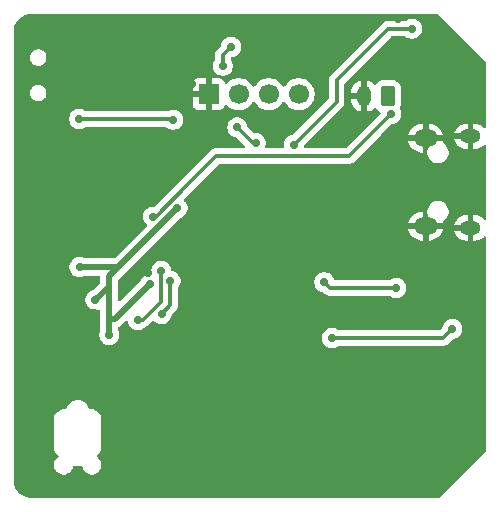
<source format=gbr>
%TF.GenerationSoftware,KiCad,Pcbnew,9.0.2*%
%TF.CreationDate,2025-09-05T22:55:57-04:00*%
%TF.ProjectId,GPSWatch,47505357-6174-4636-982e-6b696361645f,rev?*%
%TF.SameCoordinates,Original*%
%TF.FileFunction,Copper,L2,Bot*%
%TF.FilePolarity,Positive*%
%FSLAX46Y46*%
G04 Gerber Fmt 4.6, Leading zero omitted, Abs format (unit mm)*
G04 Created by KiCad (PCBNEW 9.0.2) date 2025-09-05 22:55:57*
%MOMM*%
%LPD*%
G01*
G04 APERTURE LIST*
G04 Aperture macros list*
%AMRoundRect*
0 Rectangle with rounded corners*
0 $1 Rounding radius*
0 $2 $3 $4 $5 $6 $7 $8 $9 X,Y pos of 4 corners*
0 Add a 4 corners polygon primitive as box body*
4,1,4,$2,$3,$4,$5,$6,$7,$8,$9,$2,$3,0*
0 Add four circle primitives for the rounded corners*
1,1,$1+$1,$2,$3*
1,1,$1+$1,$4,$5*
1,1,$1+$1,$6,$7*
1,1,$1+$1,$8,$9*
0 Add four rect primitives between the rounded corners*
20,1,$1+$1,$2,$3,$4,$5,0*
20,1,$1+$1,$4,$5,$6,$7,0*
20,1,$1+$1,$6,$7,$8,$9,0*
20,1,$1+$1,$8,$9,$2,$3,0*%
G04 Aperture macros list end*
%TA.AperFunction,HeatsinkPad*%
%ADD10O,1.800000X1.150000*%
%TD*%
%TA.AperFunction,HeatsinkPad*%
%ADD11O,2.000000X1.450000*%
%TD*%
%TA.AperFunction,ComponentPad*%
%ADD12R,1.700000X1.700000*%
%TD*%
%TA.AperFunction,ComponentPad*%
%ADD13C,1.700000*%
%TD*%
%TA.AperFunction,ComponentPad*%
%ADD14C,4.400000*%
%TD*%
%TA.AperFunction,ComponentPad*%
%ADD15RoundRect,0.250000X0.350000X0.625000X-0.350000X0.625000X-0.350000X-0.625000X0.350000X-0.625000X0*%
%TD*%
%TA.AperFunction,ComponentPad*%
%ADD16O,1.200000X1.750000*%
%TD*%
%TA.AperFunction,ViaPad*%
%ADD17C,0.700000*%
%TD*%
%TA.AperFunction,Conductor*%
%ADD18C,0.300000*%
%TD*%
%TA.AperFunction,Conductor*%
%ADD19C,0.500000*%
%TD*%
G04 APERTURE END LIST*
D10*
%TO.P,J1,6,Shield*%
%TO.N,GND*%
X173675000Y-111025000D03*
D11*
X169875000Y-110875000D03*
X169875000Y-103425000D03*
D10*
X173675000Y-103275000D03*
%TD*%
D12*
%TO.P,J5,1,Pin_1*%
%TO.N,GND*%
X151515000Y-99700000D03*
D13*
%TO.P,J5,2,Pin_2*%
%TO.N,+3.3V*%
X154055000Y-99700000D03*
%TO.P,J5,3,Pin_3*%
%TO.N,/DISP_SCL*%
X156595000Y-99700000D03*
%TO.P,J5,4,Pin_4*%
%TO.N,/DISP_SDA*%
X159135000Y-99700000D03*
%TD*%
D14*
%TO.P,H1,1,1*%
%TO.N,GND*%
X163400000Y-130700000D03*
%TD*%
D15*
%TO.P,J2,1,Pin_1*%
%TO.N,/VBAT*%
X166675000Y-99875000D03*
D16*
%TO.P,J2,2,Pin_2*%
%TO.N,GND*%
X164675000Y-99875000D03*
%TD*%
D17*
%TO.N,GND*%
X142300000Y-105500000D03*
%TO.N,+3.3V*%
X153400000Y-95700000D03*
X152700000Y-97300000D03*
%TO.N,GND*%
X148090686Y-105709314D03*
X136550000Y-130825000D03*
X150700000Y-116725000D03*
X164025000Y-123200000D03*
X144325000Y-126225000D03*
X146400000Y-130100000D03*
X146500000Y-132100000D03*
X164250000Y-118550000D03*
X171900000Y-114425000D03*
X160100000Y-126900000D03*
X167544295Y-93325000D03*
X172425449Y-121469999D03*
X144425000Y-130550000D03*
X136525000Y-126100000D03*
X160600000Y-122275000D03*
X160075000Y-125000000D03*
X143100000Y-106450000D03*
X150075000Y-98850000D03*
X165150000Y-105300000D03*
X141775000Y-118250000D03*
X144750000Y-112000000D03*
X152351164Y-107051164D03*
X141000000Y-104650000D03*
X160100000Y-127925000D03*
X171550000Y-124875000D03*
X163622064Y-95197064D03*
X146500000Y-123025000D03*
X152350000Y-114225000D03*
X146375000Y-129075000D03*
X147375000Y-108275000D03*
X146500000Y-124000000D03*
X155550000Y-114300000D03*
X160125000Y-124000000D03*
X144575000Y-124600000D03*
X170325000Y-129150000D03*
X155750000Y-97275000D03*
X159900000Y-132075000D03*
X156250000Y-118550000D03*
X140525000Y-94900000D03*
X139625000Y-109525000D03*
X170475000Y-101225000D03*
X171200000Y-99200000D03*
X146350000Y-131000000D03*
X159925000Y-130975000D03*
X144125000Y-133150000D03*
X138750000Y-110450000D03*
X152125000Y-94825000D03*
X146375000Y-114850000D03*
X140325000Y-110925000D03*
X148300000Y-95275000D03*
%TO.N,+3.3V*%
X140575000Y-114350000D03*
X172150000Y-119575000D03*
X161950000Y-120350000D03*
X148868537Y-109343537D03*
X141925000Y-117125000D03*
X143100000Y-120100000D03*
X146575000Y-115750000D03*
%TO.N,/DISP_SDA*%
X153925000Y-102524000D03*
X155475000Y-103825000D03*
%TO.N,/ACC_SCK*%
X145497222Y-118825002D03*
X147488066Y-114681753D03*
%TO.N,/ACC_MISO*%
X147522504Y-118325000D03*
X148275000Y-115525000D03*
%TO.N,/BATSTAT*%
X146790935Y-110068411D03*
X166950000Y-101375000D03*
%TO.N,Net-(U1-BOOT0)*%
X140550000Y-101800000D03*
X148525000Y-101875000D03*
%TO.N,/SD_SCK*%
X161300000Y-115625000D03*
X167400000Y-116125000D03*
%TO.N,/BTN_SEL*%
X168725000Y-94161325D03*
X158700000Y-104000000D03*
%TD*%
D18*
%TO.N,+3.3V*%
X152700000Y-96400000D02*
X153400000Y-95700000D01*
X152700000Y-97300000D02*
X152700000Y-96400000D01*
D19*
X143100000Y-118725000D02*
X143600000Y-118725000D01*
X143862075Y-114350000D02*
X143100000Y-115112075D01*
D18*
X171375000Y-120350000D02*
X172150000Y-119575000D01*
D19*
X143100000Y-118725000D02*
X143100000Y-120100000D01*
X143862075Y-114350000D02*
X140575000Y-114350000D01*
D18*
X161950000Y-120350000D02*
X171375000Y-120350000D01*
D19*
X143600000Y-118725000D02*
X146575000Y-115750000D01*
X143100000Y-116000000D02*
X143050000Y-116000000D01*
X148868537Y-109343537D02*
X143862075Y-114350000D01*
X148875000Y-109337075D02*
X148868537Y-109343537D01*
X143100000Y-116000000D02*
X143100000Y-118725000D01*
X143100000Y-120100000D02*
X143100000Y-120125000D01*
X143050000Y-116000000D02*
X141925000Y-117125000D01*
X143100000Y-115112075D02*
X143100000Y-116000000D01*
X148875000Y-109325000D02*
X148875000Y-109337075D01*
D18*
%TO.N,/DISP_SDA*%
X155226000Y-103825000D02*
X153925000Y-102524000D01*
X155475000Y-103825000D02*
X155226000Y-103825000D01*
%TO.N,/ACC_SCK*%
X147488066Y-114681753D02*
X147488066Y-117266280D01*
X147488066Y-117266280D02*
X146927173Y-117827173D01*
X145954346Y-118800000D02*
X146927173Y-117827173D01*
X145522224Y-118800000D02*
X145954346Y-118800000D01*
X145497222Y-118825002D02*
X145522224Y-118800000D01*
%TO.N,/ACC_MISO*%
X148275000Y-115525000D02*
X148275000Y-117572504D01*
X148275000Y-117572504D02*
X147522504Y-118325000D01*
X147522504Y-118325000D02*
X147522504Y-118152496D01*
%TO.N,/BATSTAT*%
X147027243Y-110068411D02*
X149700000Y-107395654D01*
X166950000Y-101375000D02*
X163399000Y-104926000D01*
X146790935Y-110068411D02*
X147027243Y-110068411D01*
X163399000Y-104926000D02*
X152149000Y-104926000D01*
X149700000Y-107395654D02*
X149700000Y-107375000D01*
X152149000Y-104926000D02*
X149700000Y-107375000D01*
%TO.N,Net-(U1-BOOT0)*%
X148525000Y-101875000D02*
X148575000Y-101925000D01*
X140550000Y-101800000D02*
X148450000Y-101800000D01*
X148450000Y-101800000D02*
X148525000Y-101875000D01*
X140525000Y-101800000D02*
X140550000Y-101800000D01*
%TO.N,/SD_SCK*%
X167400000Y-116125000D02*
X161800000Y-116125000D01*
X161800000Y-116125000D02*
X161300000Y-115625000D01*
%TO.N,/BTN_SEL*%
X162350000Y-98500000D02*
X162350000Y-100350000D01*
X168725000Y-94161325D02*
X166688675Y-94161325D01*
X162350000Y-100350000D02*
X158700000Y-104000000D01*
X166688675Y-94161325D02*
X162350000Y-98500000D01*
%TD*%
%TA.AperFunction,Conductor*%
%TO.N,GND*%
G36*
X170908363Y-92920185D02*
G01*
X170929005Y-92936819D01*
X174963181Y-96970995D01*
X174996666Y-97032318D01*
X174999500Y-97058676D01*
X174999500Y-102454859D01*
X174979815Y-102521898D01*
X174927011Y-102567653D01*
X174857853Y-102577597D01*
X174794297Y-102548572D01*
X174787819Y-102542540D01*
X174700317Y-102455038D01*
X174563423Y-102355578D01*
X174412659Y-102278760D01*
X174251726Y-102226469D01*
X174084609Y-102200000D01*
X173925000Y-102200000D01*
X173925000Y-103000000D01*
X173425000Y-103000000D01*
X173425000Y-102200000D01*
X173265391Y-102200000D01*
X173098273Y-102226469D01*
X172937340Y-102278760D01*
X172786576Y-102355578D01*
X172649683Y-102455038D01*
X172649682Y-102455038D01*
X172530038Y-102574682D01*
X172530038Y-102574683D01*
X172430578Y-102711576D01*
X172353760Y-102862340D01*
X172301469Y-103023273D01*
X172301196Y-103025000D01*
X173234943Y-103025000D01*
X173194225Y-103041866D01*
X173116866Y-103119225D01*
X173075000Y-103220299D01*
X173075000Y-103329701D01*
X173116866Y-103430775D01*
X173194225Y-103508134D01*
X173234943Y-103525000D01*
X172301196Y-103525000D01*
X172301469Y-103526726D01*
X172353760Y-103687659D01*
X172430578Y-103838423D01*
X172530038Y-103975316D01*
X172530038Y-103975317D01*
X172649682Y-104094961D01*
X172786576Y-104194421D01*
X172937340Y-104271239D01*
X173098273Y-104323530D01*
X173265391Y-104350000D01*
X173425000Y-104350000D01*
X173425000Y-103550000D01*
X173925000Y-103550000D01*
X173925000Y-104350000D01*
X174084609Y-104350000D01*
X174251726Y-104323530D01*
X174412659Y-104271239D01*
X174563423Y-104194421D01*
X174700316Y-104094961D01*
X174700317Y-104094961D01*
X174787819Y-104007460D01*
X174849142Y-103973975D01*
X174918834Y-103978959D01*
X174974767Y-104020831D01*
X174999184Y-104086295D01*
X174999500Y-104095141D01*
X174999500Y-110204859D01*
X174979815Y-110271898D01*
X174927011Y-110317653D01*
X174857853Y-110327597D01*
X174794297Y-110298572D01*
X174787819Y-110292540D01*
X174700317Y-110205038D01*
X174563423Y-110105578D01*
X174412659Y-110028760D01*
X174251726Y-109976469D01*
X174084609Y-109950000D01*
X173925000Y-109950000D01*
X173925000Y-110750000D01*
X173425000Y-110750000D01*
X173425000Y-109950000D01*
X173265391Y-109950000D01*
X173098273Y-109976469D01*
X172937340Y-110028760D01*
X172786576Y-110105578D01*
X172649683Y-110205038D01*
X172649682Y-110205038D01*
X172530038Y-110324682D01*
X172530038Y-110324683D01*
X172430578Y-110461576D01*
X172353760Y-110612340D01*
X172301469Y-110773273D01*
X172301196Y-110775000D01*
X173234943Y-110775000D01*
X173194225Y-110791866D01*
X173116866Y-110869225D01*
X173075000Y-110970299D01*
X173075000Y-111079701D01*
X173116866Y-111180775D01*
X173194225Y-111258134D01*
X173234943Y-111275000D01*
X172301196Y-111275000D01*
X172301469Y-111276726D01*
X172353760Y-111437659D01*
X172430578Y-111588423D01*
X172530038Y-111725316D01*
X172530038Y-111725317D01*
X172649682Y-111844961D01*
X172786576Y-111944421D01*
X172937340Y-112021239D01*
X173098273Y-112073530D01*
X173265391Y-112100000D01*
X173425000Y-112100000D01*
X173425000Y-111300000D01*
X173925000Y-111300000D01*
X173925000Y-112100000D01*
X174084609Y-112100000D01*
X174251726Y-112073530D01*
X174412659Y-112021239D01*
X174563423Y-111944421D01*
X174700316Y-111844961D01*
X174700317Y-111844961D01*
X174787819Y-111757460D01*
X174849142Y-111723975D01*
X174918834Y-111728959D01*
X174974767Y-111770831D01*
X174999184Y-111836295D01*
X174999500Y-111845141D01*
X174999500Y-129841324D01*
X174979815Y-129908363D01*
X174963181Y-129929005D01*
X171029005Y-133863181D01*
X170967682Y-133896666D01*
X170941324Y-133899500D01*
X136504428Y-133899500D01*
X136495582Y-133899184D01*
X136473622Y-133897613D01*
X136295442Y-133884869D01*
X136277931Y-133882351D01*
X136086212Y-133840646D01*
X136069236Y-133835662D01*
X135885390Y-133767090D01*
X135869298Y-133759740D01*
X135697095Y-133665711D01*
X135682210Y-133656146D01*
X135525132Y-133538558D01*
X135511762Y-133526972D01*
X135373027Y-133388237D01*
X135361441Y-133374867D01*
X135243849Y-133217784D01*
X135234288Y-133202904D01*
X135140259Y-133030701D01*
X135132909Y-133014609D01*
X135072091Y-132851551D01*
X135064334Y-132830755D01*
X135059355Y-132813797D01*
X135017647Y-132622063D01*
X135015130Y-132604556D01*
X135000816Y-132404418D01*
X135000500Y-132395572D01*
X135000500Y-131020168D01*
X138414500Y-131020168D01*
X138414500Y-131179831D01*
X138445645Y-131336406D01*
X138445648Y-131336418D01*
X138506742Y-131483914D01*
X138506744Y-131483918D01*
X138595439Y-131616659D01*
X138595445Y-131616667D01*
X138708332Y-131729554D01*
X138708340Y-131729560D01*
X138841081Y-131818255D01*
X138841085Y-131818257D01*
X138988581Y-131879351D01*
X138988586Y-131879353D01*
X139145168Y-131910499D01*
X139145172Y-131910500D01*
X139145173Y-131910500D01*
X139304828Y-131910500D01*
X139304829Y-131910499D01*
X139461414Y-131879353D01*
X139608916Y-131818256D01*
X139608918Y-131818255D01*
X139674844Y-131774203D01*
X139741664Y-131729557D01*
X139854557Y-131616664D01*
X139943256Y-131483916D01*
X140004353Y-131336414D01*
X140018765Y-131263955D01*
X140051149Y-131202048D01*
X140111864Y-131167473D01*
X140174313Y-131168882D01*
X140240371Y-131187678D01*
X140424999Y-131204786D01*
X140425000Y-131204786D01*
X140425001Y-131204786D01*
X140471157Y-131200509D01*
X140609629Y-131187678D01*
X140675686Y-131168883D01*
X140745548Y-131169469D01*
X140804008Y-131207735D01*
X140831234Y-131263958D01*
X140845645Y-131336406D01*
X140845648Y-131336418D01*
X140906742Y-131483914D01*
X140906744Y-131483918D01*
X140995439Y-131616659D01*
X140995445Y-131616667D01*
X141108332Y-131729554D01*
X141108340Y-131729560D01*
X141241081Y-131818255D01*
X141241085Y-131818257D01*
X141388581Y-131879351D01*
X141388586Y-131879353D01*
X141545168Y-131910499D01*
X141545172Y-131910500D01*
X141545173Y-131910500D01*
X141704828Y-131910500D01*
X141704829Y-131910499D01*
X141861414Y-131879353D01*
X142008916Y-131818256D01*
X142008918Y-131818255D01*
X142074844Y-131774203D01*
X142141664Y-131729557D01*
X142254557Y-131616664D01*
X142343256Y-131483916D01*
X142404353Y-131336414D01*
X142435500Y-131179827D01*
X142435500Y-131020173D01*
X142404353Y-130863586D01*
X142404351Y-130863581D01*
X142343257Y-130716085D01*
X142343255Y-130716081D01*
X142254560Y-130583340D01*
X142254554Y-130583332D01*
X142141667Y-130470445D01*
X142141659Y-130470439D01*
X142106712Y-130447088D01*
X142061906Y-130393476D01*
X142053199Y-130324151D01*
X142083353Y-130261124D01*
X142106711Y-130240884D01*
X142135289Y-130221789D01*
X142246789Y-130110289D01*
X142334394Y-129979179D01*
X142394737Y-129833497D01*
X142425500Y-129678842D01*
X142425500Y-129600000D01*
X142425500Y-129534108D01*
X142425500Y-128334108D01*
X142425500Y-127134108D01*
X142425500Y-127121158D01*
X142425500Y-127121155D01*
X142425499Y-127121153D01*
X142419936Y-127093186D01*
X142394737Y-126966503D01*
X142394735Y-126966498D01*
X142334397Y-126820827D01*
X142334390Y-126820814D01*
X142246789Y-126689711D01*
X142246786Y-126689707D01*
X142135292Y-126578213D01*
X142135288Y-126578210D01*
X142004185Y-126490609D01*
X142004172Y-126490602D01*
X141858501Y-126430264D01*
X141858489Y-126430261D01*
X141703845Y-126399500D01*
X141703842Y-126399500D01*
X141690892Y-126399500D01*
X141505222Y-126399500D01*
X141438183Y-126379815D01*
X141392428Y-126327011D01*
X141389595Y-126320293D01*
X141324450Y-126152133D01*
X141324446Y-126152124D01*
X141226838Y-125994482D01*
X141226836Y-125994480D01*
X141101922Y-125857455D01*
X140953952Y-125745714D01*
X140787981Y-125663069D01*
X140787968Y-125663064D01*
X140609627Y-125612321D01*
X140609628Y-125612321D01*
X140425001Y-125595214D01*
X140424999Y-125595214D01*
X140240371Y-125612321D01*
X140062031Y-125663064D01*
X140062018Y-125663069D01*
X139896047Y-125745714D01*
X139748077Y-125857455D01*
X139623163Y-125994480D01*
X139623161Y-125994482D01*
X139525553Y-126152124D01*
X139525549Y-126152133D01*
X139460405Y-126320293D01*
X139417832Y-126375695D01*
X139352066Y-126399286D01*
X139344778Y-126399500D01*
X139146155Y-126399500D01*
X138991510Y-126430261D01*
X138991498Y-126430264D01*
X138845827Y-126490602D01*
X138845814Y-126490609D01*
X138714711Y-126578210D01*
X138714707Y-126578213D01*
X138603213Y-126689707D01*
X138603210Y-126689711D01*
X138515609Y-126820814D01*
X138515602Y-126820827D01*
X138455264Y-126966498D01*
X138455261Y-126966510D01*
X138424500Y-127121153D01*
X138424500Y-129678846D01*
X138455261Y-129833489D01*
X138455264Y-129833501D01*
X138515602Y-129979172D01*
X138515609Y-129979185D01*
X138603210Y-130110288D01*
X138603213Y-130110292D01*
X138714707Y-130221786D01*
X138714711Y-130221789D01*
X138743288Y-130240884D01*
X138788093Y-130294496D01*
X138796800Y-130363821D01*
X138766645Y-130426849D01*
X138743289Y-130447088D01*
X138708332Y-130470445D01*
X138595445Y-130583332D01*
X138595439Y-130583340D01*
X138506744Y-130716081D01*
X138506742Y-130716085D01*
X138445648Y-130863581D01*
X138445645Y-130863593D01*
X138414500Y-131020168D01*
X135000500Y-131020168D01*
X135000500Y-114266228D01*
X139724500Y-114266228D01*
X139724500Y-114433771D01*
X139757182Y-114598074D01*
X139757184Y-114598082D01*
X139821295Y-114752860D01*
X139914373Y-114892162D01*
X140032837Y-115010626D01*
X140125494Y-115072537D01*
X140172137Y-115103703D01*
X140326918Y-115167816D01*
X140491228Y-115200499D01*
X140491232Y-115200500D01*
X140491233Y-115200500D01*
X140658768Y-115200500D01*
X140658769Y-115200499D01*
X140823082Y-115167816D01*
X140962808Y-115109938D01*
X141010261Y-115100500D01*
X142225500Y-115100500D01*
X142292539Y-115120185D01*
X142338294Y-115172989D01*
X142349500Y-115224500D01*
X142349500Y-115587770D01*
X142329815Y-115654809D01*
X142313181Y-115675451D01*
X141702092Y-116286539D01*
X141661864Y-116313419D01*
X141522139Y-116371295D01*
X141382837Y-116464373D01*
X141264373Y-116582837D01*
X141171295Y-116722139D01*
X141107184Y-116876917D01*
X141107182Y-116876925D01*
X141074500Y-117041228D01*
X141074500Y-117208771D01*
X141107182Y-117373074D01*
X141107184Y-117373082D01*
X141171295Y-117527860D01*
X141264373Y-117667162D01*
X141382837Y-117785626D01*
X141475494Y-117847537D01*
X141522137Y-117878703D01*
X141522138Y-117878703D01*
X141522139Y-117878704D01*
X141557201Y-117893227D01*
X141676918Y-117942816D01*
X141841228Y-117975499D01*
X141841232Y-117975500D01*
X141841233Y-117975500D01*
X142008768Y-117975500D01*
X142008769Y-117975499D01*
X142173082Y-117942816D01*
X142178045Y-117940759D01*
X142247514Y-117933290D01*
X142309994Y-117964563D01*
X142345648Y-118024652D01*
X142349500Y-118055320D01*
X142349500Y-119664739D01*
X142340061Y-119712192D01*
X142282184Y-119851917D01*
X142282182Y-119851925D01*
X142249500Y-120016228D01*
X142249500Y-120183771D01*
X142282182Y-120348074D01*
X142282184Y-120348082D01*
X142346295Y-120502860D01*
X142439373Y-120642162D01*
X142557837Y-120760626D01*
X142650494Y-120822537D01*
X142697137Y-120853703D01*
X142697138Y-120853703D01*
X142697139Y-120853704D01*
X142700937Y-120855277D01*
X142851918Y-120917816D01*
X143016228Y-120950499D01*
X143016232Y-120950500D01*
X143016233Y-120950500D01*
X143183768Y-120950500D01*
X143183769Y-120950499D01*
X143348082Y-120917816D01*
X143502863Y-120853703D01*
X143642162Y-120760626D01*
X143760626Y-120642162D01*
X143853703Y-120502863D01*
X143917816Y-120348082D01*
X143934098Y-120266228D01*
X161099500Y-120266228D01*
X161099500Y-120433771D01*
X161132182Y-120598074D01*
X161132184Y-120598082D01*
X161196295Y-120752860D01*
X161289373Y-120892162D01*
X161407837Y-121010626D01*
X161423959Y-121021398D01*
X161547137Y-121103703D01*
X161701918Y-121167816D01*
X161866228Y-121200499D01*
X161866232Y-121200500D01*
X161866233Y-121200500D01*
X162033768Y-121200500D01*
X162033769Y-121200499D01*
X162198082Y-121167816D01*
X162352863Y-121103703D01*
X162476041Y-121021398D01*
X162542719Y-121000520D01*
X162544932Y-121000500D01*
X171439071Y-121000500D01*
X171523615Y-120983682D01*
X171564744Y-120975501D01*
X171683127Y-120926465D01*
X171696070Y-120917817D01*
X171696073Y-120917815D01*
X171742870Y-120886546D01*
X171789669Y-120855277D01*
X172189293Y-120455652D01*
X172250614Y-120422169D01*
X172252781Y-120421718D01*
X172271360Y-120418022D01*
X172398082Y-120392816D01*
X172552863Y-120328703D01*
X172692162Y-120235626D01*
X172810626Y-120117162D01*
X172903703Y-119977863D01*
X172967816Y-119823082D01*
X173000500Y-119658767D01*
X173000500Y-119491233D01*
X172967816Y-119326918D01*
X172903703Y-119172137D01*
X172837518Y-119073084D01*
X172810626Y-119032837D01*
X172692162Y-118914373D01*
X172552860Y-118821295D01*
X172398082Y-118757184D01*
X172398074Y-118757182D01*
X172233771Y-118724500D01*
X172233767Y-118724500D01*
X172066233Y-118724500D01*
X172066228Y-118724500D01*
X171901925Y-118757182D01*
X171901917Y-118757184D01*
X171747139Y-118821295D01*
X171607837Y-118914373D01*
X171489373Y-119032837D01*
X171396295Y-119172139D01*
X171332184Y-119326917D01*
X171332182Y-119326923D01*
X171303281Y-119472219D01*
X171294515Y-119488976D01*
X171290496Y-119507453D01*
X171271751Y-119532494D01*
X171270896Y-119534130D01*
X171269346Y-119535708D01*
X171141871Y-119663182D01*
X171080551Y-119696666D01*
X171054192Y-119699500D01*
X162544932Y-119699500D01*
X162477893Y-119679815D01*
X162476041Y-119678602D01*
X162352860Y-119596295D01*
X162198082Y-119532184D01*
X162198074Y-119532182D01*
X162033771Y-119499500D01*
X162033767Y-119499500D01*
X161866233Y-119499500D01*
X161866228Y-119499500D01*
X161701925Y-119532182D01*
X161701917Y-119532184D01*
X161547139Y-119596295D01*
X161407837Y-119689373D01*
X161289373Y-119807837D01*
X161196295Y-119947139D01*
X161132184Y-120101917D01*
X161132182Y-120101925D01*
X161099500Y-120266228D01*
X143934098Y-120266228D01*
X143950500Y-120183767D01*
X143950500Y-120016233D01*
X143917816Y-119851918D01*
X143859938Y-119712191D01*
X143858312Y-119704014D01*
X143855523Y-119699674D01*
X143850500Y-119664739D01*
X143850500Y-119516428D01*
X143870185Y-119449389D01*
X143922989Y-119403634D01*
X143927019Y-119401878D01*
X143955495Y-119390084D01*
X144004729Y-119357186D01*
X144078416Y-119307952D01*
X144454624Y-118931742D01*
X144515945Y-118898259D01*
X144585636Y-118903243D01*
X144641570Y-118945114D01*
X144663920Y-118995234D01*
X144679404Y-119073076D01*
X144679406Y-119073084D01*
X144743517Y-119227862D01*
X144836595Y-119367164D01*
X144955059Y-119485628D01*
X145027648Y-119534130D01*
X145094359Y-119578705D01*
X145249140Y-119642818D01*
X145413450Y-119675501D01*
X145413454Y-119675502D01*
X145413455Y-119675502D01*
X145580990Y-119675502D01*
X145580991Y-119675501D01*
X145745304Y-119642818D01*
X145900085Y-119578705D01*
X146039384Y-119485628D01*
X146061846Y-119463164D01*
X146102323Y-119436183D01*
X146113483Y-119431588D01*
X146144090Y-119425501D01*
X146262473Y-119376465D01*
X146276393Y-119367164D01*
X146369015Y-119305277D01*
X146746825Y-118927465D01*
X146808143Y-118893983D01*
X146877835Y-118898967D01*
X146922183Y-118927468D01*
X146980341Y-118985626D01*
X147050998Y-119032837D01*
X147119641Y-119078703D01*
X147274422Y-119142816D01*
X147421830Y-119172137D01*
X147438732Y-119175499D01*
X147438736Y-119175500D01*
X147438737Y-119175500D01*
X147606272Y-119175500D01*
X147606273Y-119175499D01*
X147770586Y-119142816D01*
X147925367Y-119078703D01*
X148064666Y-118985626D01*
X148183130Y-118867162D01*
X148276207Y-118727863D01*
X148340320Y-118573082D01*
X148369222Y-118427781D01*
X148401606Y-118365870D01*
X148403100Y-118364349D01*
X148780277Y-117987173D01*
X148851465Y-117880631D01*
X148900501Y-117762248D01*
X148911301Y-117707952D01*
X148925500Y-117636573D01*
X148925500Y-116119931D01*
X148945185Y-116052892D01*
X148946398Y-116051040D01*
X148952951Y-116041233D01*
X149028703Y-115927863D01*
X149092816Y-115773082D01*
X149125500Y-115608767D01*
X149125500Y-115541228D01*
X160449500Y-115541228D01*
X160449500Y-115708771D01*
X160482182Y-115873074D01*
X160482184Y-115873082D01*
X160546295Y-116027860D01*
X160639373Y-116167162D01*
X160757837Y-116285626D01*
X160850494Y-116347537D01*
X160897137Y-116378703D01*
X161051918Y-116442816D01*
X161136011Y-116459543D01*
X161197218Y-116471718D01*
X161259129Y-116504102D01*
X161260652Y-116505598D01*
X161385331Y-116630277D01*
X161491873Y-116701465D01*
X161610256Y-116750501D01*
X161610260Y-116750501D01*
X161610261Y-116750502D01*
X161735928Y-116775500D01*
X161735931Y-116775500D01*
X161864069Y-116775500D01*
X166805068Y-116775500D01*
X166872107Y-116795185D01*
X166873959Y-116796398D01*
X166997137Y-116878703D01*
X167151918Y-116942816D01*
X167316228Y-116975499D01*
X167316232Y-116975500D01*
X167316233Y-116975500D01*
X167483768Y-116975500D01*
X167483769Y-116975499D01*
X167648082Y-116942816D01*
X167802863Y-116878703D01*
X167942162Y-116785626D01*
X168060626Y-116667162D01*
X168153703Y-116527863D01*
X168217816Y-116373082D01*
X168250500Y-116208767D01*
X168250500Y-116041233D01*
X168217816Y-115876918D01*
X168153703Y-115722137D01*
X168077952Y-115608768D01*
X168060626Y-115582837D01*
X167942162Y-115464373D01*
X167802860Y-115371295D01*
X167648082Y-115307184D01*
X167648074Y-115307182D01*
X167483771Y-115274500D01*
X167483767Y-115274500D01*
X167316233Y-115274500D01*
X167316228Y-115274500D01*
X167151925Y-115307182D01*
X167151917Y-115307184D01*
X166997139Y-115371295D01*
X166873959Y-115453602D01*
X166807281Y-115474480D01*
X166805068Y-115474500D01*
X162238990Y-115474500D01*
X162171951Y-115454815D01*
X162126196Y-115402011D01*
X162119941Y-115382641D01*
X162119585Y-115382750D01*
X162117817Y-115376924D01*
X162117816Y-115376918D01*
X162053703Y-115222137D01*
X162017406Y-115167815D01*
X161960626Y-115082837D01*
X161842162Y-114964373D01*
X161702860Y-114871295D01*
X161548082Y-114807184D01*
X161548074Y-114807182D01*
X161383771Y-114774500D01*
X161383767Y-114774500D01*
X161216233Y-114774500D01*
X161216228Y-114774500D01*
X161051925Y-114807182D01*
X161051917Y-114807184D01*
X160897139Y-114871295D01*
X160757837Y-114964373D01*
X160639373Y-115082837D01*
X160546295Y-115222139D01*
X160482184Y-115376917D01*
X160482182Y-115376925D01*
X160449500Y-115541228D01*
X149125500Y-115541228D01*
X149125500Y-115441233D01*
X149092816Y-115276918D01*
X149028703Y-115122137D01*
X148997537Y-115075494D01*
X148935626Y-114982837D01*
X148817162Y-114864373D01*
X148677860Y-114771295D01*
X148523082Y-114707184D01*
X148523076Y-114707182D01*
X148434841Y-114689631D01*
X148372930Y-114657246D01*
X148338356Y-114596530D01*
X148337416Y-114592205D01*
X148305883Y-114433677D01*
X148305882Y-114433671D01*
X148241769Y-114278890D01*
X148210603Y-114232247D01*
X148148692Y-114139590D01*
X148030228Y-114021126D01*
X147890926Y-113928048D01*
X147736148Y-113863937D01*
X147736140Y-113863935D01*
X147571837Y-113831253D01*
X147571833Y-113831253D01*
X147404299Y-113831253D01*
X147404294Y-113831253D01*
X147239991Y-113863935D01*
X147239983Y-113863937D01*
X147085205Y-113928048D01*
X146945903Y-114021126D01*
X146827439Y-114139590D01*
X146734361Y-114278892D01*
X146670250Y-114433670D01*
X146670248Y-114433678D01*
X146637566Y-114597981D01*
X146637566Y-114771612D01*
X146635784Y-114771612D01*
X146624334Y-114831990D01*
X146576270Y-114882701D01*
X146513949Y-114899500D01*
X146491228Y-114899500D01*
X146326925Y-114932182D01*
X146326917Y-114932184D01*
X146172139Y-114996295D01*
X146032837Y-115089373D01*
X145914373Y-115207837D01*
X145821296Y-115347137D01*
X145763419Y-115486864D01*
X145736539Y-115527091D01*
X144062181Y-117201450D01*
X144000858Y-117234935D01*
X143931166Y-117229951D01*
X143875233Y-117188079D01*
X143850816Y-117122615D01*
X143850500Y-117113769D01*
X143850500Y-115474305D01*
X143870185Y-115407266D01*
X143886819Y-115386624D01*
X144172943Y-115100500D01*
X144445027Y-114828416D01*
X144445027Y-114828415D01*
X148648440Y-110625000D01*
X168399327Y-110625000D01*
X169253590Y-110625000D01*
X169203963Y-110710956D01*
X169175000Y-110819048D01*
X169175000Y-110930952D01*
X169203963Y-111039044D01*
X169253590Y-111125000D01*
X168399327Y-111125000D01*
X168405164Y-111161855D01*
X168405164Y-111161858D01*
X168464746Y-111345234D01*
X168464747Y-111345237D01*
X168552288Y-111517043D01*
X168665616Y-111673027D01*
X168665620Y-111673032D01*
X168801967Y-111809379D01*
X168801972Y-111809383D01*
X168957956Y-111922711D01*
X169129762Y-112010252D01*
X169129765Y-112010253D01*
X169313143Y-112069835D01*
X169503591Y-112100000D01*
X169625000Y-112100000D01*
X169625000Y-111300000D01*
X170125000Y-111300000D01*
X170125000Y-112100000D01*
X170246409Y-112100000D01*
X170436856Y-112069835D01*
X170620234Y-112010253D01*
X170620237Y-112010252D01*
X170792043Y-111922711D01*
X170948027Y-111809383D01*
X170948032Y-111809379D01*
X171084379Y-111673032D01*
X171084383Y-111673027D01*
X171197711Y-111517043D01*
X171285252Y-111345237D01*
X171285253Y-111345234D01*
X171332566Y-111199619D01*
X171344835Y-111161858D01*
X171344835Y-111161855D01*
X171350673Y-111125000D01*
X170496410Y-111125000D01*
X170546037Y-111039044D01*
X170575000Y-110930952D01*
X170575000Y-110819048D01*
X170546037Y-110710956D01*
X170496410Y-110625000D01*
X171350673Y-110625000D01*
X171344836Y-110588146D01*
X171344833Y-110588136D01*
X171337630Y-110565967D01*
X171335633Y-110496125D01*
X171371712Y-110436292D01*
X171386658Y-110424552D01*
X171499035Y-110349464D01*
X171624464Y-110224035D01*
X171723013Y-110076547D01*
X171790894Y-109912666D01*
X171825500Y-109738691D01*
X171825500Y-109561309D01*
X171825500Y-109561306D01*
X171825499Y-109561304D01*
X171790896Y-109387341D01*
X171790893Y-109387332D01*
X171723016Y-109223459D01*
X171723009Y-109223446D01*
X171624464Y-109075965D01*
X171624461Y-109075961D01*
X171499038Y-108950538D01*
X171499034Y-108950535D01*
X171351553Y-108851990D01*
X171351540Y-108851983D01*
X171187667Y-108784106D01*
X171187658Y-108784103D01*
X171013694Y-108749500D01*
X171013691Y-108749500D01*
X170836309Y-108749500D01*
X170836306Y-108749500D01*
X170662341Y-108784103D01*
X170662332Y-108784106D01*
X170498459Y-108851983D01*
X170498446Y-108851990D01*
X170350965Y-108950535D01*
X170350961Y-108950538D01*
X170225538Y-109075961D01*
X170225535Y-109075965D01*
X170126990Y-109223446D01*
X170126983Y-109223459D01*
X170059106Y-109387332D01*
X170059103Y-109387341D01*
X170024500Y-109561304D01*
X170024500Y-109738695D01*
X170059104Y-109912658D01*
X170059107Y-109912670D01*
X170115561Y-110048962D01*
X170125000Y-110096414D01*
X170125000Y-110450000D01*
X169625000Y-110450000D01*
X169625000Y-109650000D01*
X169503591Y-109650000D01*
X169313143Y-109680164D01*
X169129765Y-109739746D01*
X169129762Y-109739747D01*
X168957956Y-109827288D01*
X168801972Y-109940616D01*
X168801967Y-109940620D01*
X168665620Y-110076967D01*
X168665616Y-110076972D01*
X168552288Y-110232956D01*
X168464747Y-110404762D01*
X168464746Y-110404765D01*
X168405164Y-110588141D01*
X168405164Y-110588144D01*
X168399327Y-110625000D01*
X148648440Y-110625000D01*
X149091445Y-110181995D01*
X149131667Y-110155119D01*
X149271400Y-110097240D01*
X149410699Y-110004163D01*
X149529163Y-109885699D01*
X149622240Y-109746400D01*
X149686353Y-109591619D01*
X149719037Y-109427304D01*
X149719037Y-109259770D01*
X149686353Y-109095455D01*
X149622240Y-108940674D01*
X149562981Y-108851987D01*
X149529163Y-108801374D01*
X149459375Y-108731586D01*
X149425890Y-108670263D01*
X149430874Y-108600571D01*
X149459375Y-108556224D01*
X150205271Y-107810328D01*
X150205276Y-107810323D01*
X150240081Y-107758232D01*
X150255496Y-107739448D01*
X152382127Y-105612819D01*
X152443450Y-105579334D01*
X152469808Y-105576500D01*
X163463071Y-105576500D01*
X163547615Y-105559682D01*
X163588744Y-105551501D01*
X163707127Y-105502465D01*
X163813669Y-105431277D01*
X166069945Y-103175000D01*
X168399327Y-103175000D01*
X169253590Y-103175000D01*
X169203963Y-103260956D01*
X169175000Y-103369048D01*
X169175000Y-103480952D01*
X169203963Y-103589044D01*
X169253590Y-103675000D01*
X168399327Y-103675000D01*
X168405164Y-103711855D01*
X168405164Y-103711858D01*
X168464746Y-103895234D01*
X168464747Y-103895237D01*
X168552288Y-104067043D01*
X168665616Y-104223027D01*
X168665620Y-104223032D01*
X168801967Y-104359379D01*
X168801972Y-104359383D01*
X168957956Y-104472711D01*
X169129762Y-104560252D01*
X169129765Y-104560253D01*
X169313143Y-104619835D01*
X169503591Y-104650000D01*
X169625000Y-104650000D01*
X169625000Y-103850000D01*
X170125000Y-103850000D01*
X170125000Y-104203586D01*
X170115561Y-104251038D01*
X170059106Y-104387332D01*
X170059103Y-104387341D01*
X170024500Y-104561304D01*
X170024500Y-104738695D01*
X170059103Y-104912658D01*
X170059106Y-104912667D01*
X170126983Y-105076540D01*
X170126990Y-105076553D01*
X170225535Y-105224034D01*
X170225538Y-105224038D01*
X170350961Y-105349461D01*
X170350965Y-105349464D01*
X170498446Y-105448009D01*
X170498459Y-105448016D01*
X170621363Y-105498923D01*
X170662334Y-105515894D01*
X170662336Y-105515894D01*
X170662341Y-105515896D01*
X170836304Y-105550499D01*
X170836307Y-105550500D01*
X170836309Y-105550500D01*
X171013693Y-105550500D01*
X171013694Y-105550499D01*
X171071682Y-105538964D01*
X171187658Y-105515896D01*
X171187661Y-105515894D01*
X171187666Y-105515894D01*
X171351547Y-105448013D01*
X171499035Y-105349464D01*
X171624464Y-105224035D01*
X171723013Y-105076547D01*
X171790894Y-104912666D01*
X171825500Y-104738691D01*
X171825500Y-104561309D01*
X171825500Y-104561306D01*
X171825499Y-104561304D01*
X171790896Y-104387341D01*
X171790893Y-104387332D01*
X171723016Y-104223459D01*
X171723009Y-104223446D01*
X171624464Y-104075965D01*
X171624461Y-104075961D01*
X171499038Y-103950538D01*
X171499030Y-103950532D01*
X171386669Y-103875455D01*
X171341863Y-103821843D01*
X171333156Y-103752518D01*
X171337629Y-103734031D01*
X171344836Y-103711851D01*
X171344836Y-103711849D01*
X171350673Y-103675000D01*
X170496410Y-103675000D01*
X170546037Y-103589044D01*
X170575000Y-103480952D01*
X170575000Y-103369048D01*
X170546037Y-103260956D01*
X170496410Y-103175000D01*
X171350673Y-103175000D01*
X171344835Y-103138144D01*
X171344835Y-103138141D01*
X171332566Y-103100381D01*
X171285253Y-102954765D01*
X171285252Y-102954762D01*
X171197711Y-102782956D01*
X171084383Y-102626972D01*
X171084379Y-102626967D01*
X170948032Y-102490620D01*
X170948027Y-102490616D01*
X170792043Y-102377288D01*
X170620237Y-102289747D01*
X170620234Y-102289746D01*
X170436856Y-102230164D01*
X170246409Y-102200000D01*
X170125000Y-102200000D01*
X170125000Y-103000000D01*
X169625000Y-103000000D01*
X169625000Y-102200000D01*
X169503591Y-102200000D01*
X169313143Y-102230164D01*
X169129765Y-102289746D01*
X169129762Y-102289747D01*
X168957956Y-102377288D01*
X168801972Y-102490616D01*
X168801967Y-102490620D01*
X168665620Y-102626967D01*
X168665616Y-102626972D01*
X168552288Y-102782956D01*
X168464747Y-102954762D01*
X168464746Y-102954765D01*
X168405164Y-103138141D01*
X168405164Y-103138144D01*
X168399327Y-103175000D01*
X166069945Y-103175000D01*
X166989293Y-102255652D01*
X167050614Y-102222169D01*
X167052781Y-102221718D01*
X167071360Y-102218022D01*
X167198082Y-102192816D01*
X167352863Y-102128703D01*
X167492162Y-102035626D01*
X167610626Y-101917162D01*
X167703703Y-101777863D01*
X167767816Y-101623082D01*
X167800500Y-101458767D01*
X167800500Y-101291233D01*
X167767816Y-101126918D01*
X167703703Y-100972137D01*
X167702112Y-100969757D01*
X167701662Y-100968320D01*
X167700834Y-100966770D01*
X167701128Y-100966612D01*
X167681234Y-100903084D01*
X167699677Y-100835768D01*
X167709814Y-100819334D01*
X167764999Y-100652797D01*
X167775500Y-100550009D01*
X167775499Y-99199992D01*
X167764999Y-99097203D01*
X167709814Y-98930666D01*
X167617712Y-98781344D01*
X167493656Y-98657288D01*
X167344334Y-98565186D01*
X167177797Y-98510001D01*
X167177795Y-98510000D01*
X167075010Y-98499500D01*
X166274998Y-98499500D01*
X166274980Y-98499501D01*
X166172203Y-98510000D01*
X166172200Y-98510001D01*
X166005668Y-98565185D01*
X166005663Y-98565187D01*
X165856342Y-98657289D01*
X165732289Y-98781342D01*
X165692420Y-98845981D01*
X165640472Y-98892705D01*
X165571509Y-98903928D01*
X165507427Y-98876084D01*
X165499200Y-98868565D01*
X165391602Y-98760967D01*
X165251524Y-98659195D01*
X165097257Y-98580591D01*
X164932589Y-98527087D01*
X164932581Y-98527085D01*
X164925000Y-98525884D01*
X164925000Y-99594670D01*
X164905255Y-99574925D01*
X164819745Y-99525556D01*
X164724370Y-99500000D01*
X164625630Y-99500000D01*
X164530255Y-99525556D01*
X164444745Y-99574925D01*
X164425000Y-99594670D01*
X164425000Y-98525884D01*
X164424999Y-98525884D01*
X164417418Y-98527085D01*
X164417410Y-98527087D01*
X164252742Y-98580591D01*
X164098475Y-98659195D01*
X163958397Y-98760967D01*
X163835967Y-98883397D01*
X163734195Y-99023475D01*
X163655591Y-99177742D01*
X163602085Y-99342415D01*
X163575000Y-99513428D01*
X163575000Y-99625000D01*
X164394670Y-99625000D01*
X164374925Y-99644745D01*
X164325556Y-99730255D01*
X164300000Y-99825630D01*
X164300000Y-99924370D01*
X164325556Y-100019745D01*
X164374925Y-100105255D01*
X164394670Y-100125000D01*
X163575000Y-100125000D01*
X163575000Y-100236571D01*
X163602085Y-100407584D01*
X163655591Y-100572257D01*
X163734195Y-100726524D01*
X163835967Y-100866602D01*
X163958397Y-100989032D01*
X164098475Y-101090804D01*
X164252744Y-101169408D01*
X164417415Y-101222914D01*
X164417414Y-101222914D01*
X164424999Y-101224115D01*
X164425000Y-101224114D01*
X164425000Y-100155330D01*
X164444745Y-100175075D01*
X164530255Y-100224444D01*
X164625630Y-100250000D01*
X164724370Y-100250000D01*
X164819745Y-100224444D01*
X164905255Y-100175075D01*
X164925000Y-100155330D01*
X164925000Y-101224115D01*
X164932584Y-101222914D01*
X165097255Y-101169408D01*
X165251524Y-101090804D01*
X165391598Y-100989035D01*
X165499199Y-100881434D01*
X165560522Y-100847949D01*
X165630214Y-100852933D01*
X165686148Y-100894804D01*
X165692420Y-100904019D01*
X165732287Y-100968655D01*
X165856344Y-101092712D01*
X166004904Y-101184344D01*
X166051629Y-101236292D01*
X166062852Y-101305254D01*
X166035008Y-101369337D01*
X166027489Y-101377564D01*
X163165873Y-104239181D01*
X163104550Y-104272666D01*
X163078192Y-104275500D01*
X159663457Y-104275500D01*
X159643243Y-104269564D01*
X159622208Y-104268438D01*
X159610392Y-104259918D01*
X159596418Y-104255815D01*
X159582624Y-104239896D01*
X159565535Y-104227574D01*
X159560200Y-104214018D01*
X159550663Y-104203011D01*
X159547665Y-104182160D01*
X159539951Y-104162557D01*
X159541279Y-104137752D01*
X159540719Y-104133853D01*
X159541839Y-104127313D01*
X159546717Y-104102785D01*
X159579100Y-104040873D01*
X159580598Y-104039347D01*
X162855277Y-100764669D01*
X162926466Y-100658126D01*
X162956079Y-100586632D01*
X162975501Y-100539744D01*
X163000500Y-100414069D01*
X163000500Y-98820808D01*
X163020185Y-98753769D01*
X163036819Y-98733127D01*
X166921802Y-94848144D01*
X166983125Y-94814659D01*
X167009483Y-94811825D01*
X168130068Y-94811825D01*
X168197107Y-94831510D01*
X168198959Y-94832723D01*
X168322137Y-94915028D01*
X168476918Y-94979141D01*
X168641228Y-95011824D01*
X168641232Y-95011825D01*
X168641233Y-95011825D01*
X168808768Y-95011825D01*
X168808769Y-95011824D01*
X168973082Y-94979141D01*
X169127863Y-94915028D01*
X169267162Y-94821951D01*
X169385626Y-94703487D01*
X169478703Y-94564188D01*
X169542816Y-94409407D01*
X169575500Y-94245092D01*
X169575500Y-94077558D01*
X169542816Y-93913243D01*
X169486417Y-93777085D01*
X169478704Y-93758464D01*
X169385626Y-93619162D01*
X169267162Y-93500698D01*
X169127860Y-93407620D01*
X168973082Y-93343509D01*
X168973074Y-93343507D01*
X168808771Y-93310825D01*
X168808767Y-93310825D01*
X168641233Y-93310825D01*
X168641228Y-93310825D01*
X168476925Y-93343507D01*
X168476917Y-93343509D01*
X168322139Y-93407620D01*
X168198959Y-93489927D01*
X168132281Y-93510805D01*
X168130068Y-93510825D01*
X166624604Y-93510825D01*
X166498936Y-93535822D01*
X166498930Y-93535824D01*
X166380549Y-93584859D01*
X166274001Y-93656051D01*
X161844726Y-98085326D01*
X161773534Y-98191874D01*
X161724499Y-98310255D01*
X161724497Y-98310261D01*
X161699500Y-98435928D01*
X161699500Y-100029192D01*
X161679815Y-100096231D01*
X161663181Y-100116873D01*
X158660708Y-103119345D01*
X158599385Y-103152830D01*
X158597219Y-103153281D01*
X158451923Y-103182182D01*
X158451917Y-103182184D01*
X158297139Y-103246295D01*
X158157837Y-103339373D01*
X158039373Y-103457837D01*
X157946295Y-103597139D01*
X157882184Y-103751917D01*
X157882182Y-103751925D01*
X157849500Y-103916228D01*
X157849500Y-103916233D01*
X157849500Y-104083767D01*
X157853283Y-104102785D01*
X157858161Y-104127310D01*
X157851932Y-104196902D01*
X157809069Y-104252078D01*
X157743179Y-104275322D01*
X157736543Y-104275500D01*
X156394551Y-104275500D01*
X156327512Y-104255815D01*
X156281757Y-104203011D01*
X156271813Y-104133853D01*
X156279990Y-104104048D01*
X156292814Y-104073086D01*
X156292816Y-104073082D01*
X156325500Y-103908767D01*
X156325500Y-103741233D01*
X156292816Y-103576918D01*
X156228703Y-103422137D01*
X156175034Y-103341816D01*
X156135626Y-103282837D01*
X156017162Y-103164373D01*
X155877860Y-103071295D01*
X155723082Y-103007184D01*
X155723074Y-103007182D01*
X155558771Y-102974500D01*
X155558767Y-102974500D01*
X155391233Y-102974500D01*
X155376340Y-102977462D01*
X155306749Y-102971233D01*
X155264471Y-102943525D01*
X154805654Y-102484708D01*
X154772169Y-102423385D01*
X154771718Y-102421218D01*
X154755993Y-102342162D01*
X154742816Y-102275918D01*
X154693227Y-102156201D01*
X154678704Y-102121139D01*
X154585626Y-101981837D01*
X154467162Y-101863373D01*
X154327860Y-101770295D01*
X154173082Y-101706184D01*
X154173074Y-101706182D01*
X154008771Y-101673500D01*
X154008767Y-101673500D01*
X153841233Y-101673500D01*
X153841228Y-101673500D01*
X153676925Y-101706182D01*
X153676917Y-101706184D01*
X153522139Y-101770295D01*
X153382837Y-101863373D01*
X153264373Y-101981837D01*
X153171295Y-102121139D01*
X153107184Y-102275917D01*
X153107182Y-102275925D01*
X153074500Y-102440228D01*
X153074500Y-102607771D01*
X153107182Y-102772074D01*
X153107184Y-102772082D01*
X153171295Y-102926860D01*
X153264373Y-103066162D01*
X153382837Y-103184626D01*
X153436226Y-103220299D01*
X153522137Y-103277703D01*
X153676918Y-103341816D01*
X153761011Y-103358543D01*
X153822218Y-103370718D01*
X153884129Y-103403102D01*
X153885708Y-103404654D01*
X154544873Y-104063819D01*
X154578358Y-104125142D01*
X154573374Y-104194834D01*
X154531502Y-104250767D01*
X154466038Y-104275184D01*
X154457192Y-104275500D01*
X152084929Y-104275500D01*
X151959261Y-104300497D01*
X151959255Y-104300499D01*
X151840874Y-104349534D01*
X151734326Y-104420726D01*
X151734325Y-104420727D01*
X149194724Y-106960329D01*
X149194721Y-106960332D01*
X149180922Y-106980984D01*
X149180921Y-106980988D01*
X149159917Y-107012422D01*
X149144496Y-107031211D01*
X146990876Y-109184830D01*
X146929553Y-109218315D01*
X146879006Y-109218767D01*
X146874702Y-109217911D01*
X146707168Y-109217911D01*
X146707163Y-109217911D01*
X146542860Y-109250593D01*
X146542852Y-109250595D01*
X146388074Y-109314706D01*
X146248772Y-109407784D01*
X146130308Y-109526248D01*
X146037230Y-109665550D01*
X145973119Y-109820328D01*
X145973117Y-109820336D01*
X145940435Y-109984639D01*
X145940435Y-110152182D01*
X145973117Y-110316485D01*
X145973119Y-110316493D01*
X146037230Y-110471271D01*
X146130308Y-110610573D01*
X146247539Y-110727804D01*
X146281024Y-110789127D01*
X146276040Y-110858819D01*
X146247539Y-110903166D01*
X143587526Y-113563181D01*
X143526203Y-113596666D01*
X143499845Y-113599500D01*
X141010261Y-113599500D01*
X140962808Y-113590061D01*
X140823082Y-113532184D01*
X140823074Y-113532182D01*
X140658771Y-113499500D01*
X140658767Y-113499500D01*
X140491233Y-113499500D01*
X140491228Y-113499500D01*
X140326925Y-113532182D01*
X140326917Y-113532184D01*
X140172139Y-113596295D01*
X140032837Y-113689373D01*
X139914373Y-113807837D01*
X139821295Y-113947139D01*
X139757184Y-114101917D01*
X139757182Y-114101925D01*
X139724500Y-114266228D01*
X135000500Y-114266228D01*
X135000500Y-101716228D01*
X139699500Y-101716228D01*
X139699500Y-101883771D01*
X139732182Y-102048074D01*
X139732184Y-102048082D01*
X139796295Y-102202860D01*
X139889373Y-102342162D01*
X140007837Y-102460626D01*
X140099538Y-102521898D01*
X140147137Y-102553703D01*
X140301918Y-102617816D01*
X140466228Y-102650499D01*
X140466232Y-102650500D01*
X140466233Y-102650500D01*
X140633768Y-102650500D01*
X140633769Y-102650499D01*
X140798082Y-102617816D01*
X140952863Y-102553703D01*
X141076041Y-102471398D01*
X141142719Y-102450520D01*
X141144932Y-102450500D01*
X147846350Y-102450500D01*
X147913389Y-102470185D01*
X147934032Y-102486820D01*
X147982834Y-102535623D01*
X147982837Y-102535626D01*
X148075494Y-102597537D01*
X148122137Y-102628703D01*
X148276918Y-102692816D01*
X148441228Y-102725499D01*
X148441232Y-102725500D01*
X148441233Y-102725500D01*
X148608768Y-102725500D01*
X148608769Y-102725499D01*
X148773082Y-102692816D01*
X148927863Y-102628703D01*
X149067162Y-102535626D01*
X149185626Y-102417162D01*
X149278703Y-102277863D01*
X149342816Y-102123082D01*
X149375500Y-101958767D01*
X149375500Y-101791233D01*
X149342816Y-101626918D01*
X149278703Y-101472137D01*
X149228591Y-101397139D01*
X149185626Y-101332837D01*
X149067162Y-101214373D01*
X148927860Y-101121295D01*
X148773082Y-101057184D01*
X148773074Y-101057182D01*
X148608771Y-101024500D01*
X148608767Y-101024500D01*
X148441233Y-101024500D01*
X148441228Y-101024500D01*
X148276925Y-101057182D01*
X148276917Y-101057184D01*
X148122140Y-101121295D01*
X148122134Y-101121298D01*
X148111206Y-101128601D01*
X148044529Y-101149480D01*
X148042313Y-101149500D01*
X141144932Y-101149500D01*
X141077893Y-101129815D01*
X141076041Y-101128602D01*
X140952860Y-101046295D01*
X140798082Y-100982184D01*
X140798074Y-100982182D01*
X140633771Y-100949500D01*
X140633767Y-100949500D01*
X140466233Y-100949500D01*
X140466228Y-100949500D01*
X140301925Y-100982182D01*
X140301917Y-100982184D01*
X140147139Y-101046295D01*
X140007837Y-101139373D01*
X139889373Y-101257837D01*
X139796295Y-101397139D01*
X139732184Y-101551917D01*
X139732182Y-101551925D01*
X139699500Y-101716228D01*
X135000500Y-101716228D01*
X135000500Y-99668995D01*
X136374499Y-99668995D01*
X136401418Y-99804322D01*
X136401421Y-99804332D01*
X136454221Y-99931804D01*
X136454228Y-99931817D01*
X136530885Y-100046541D01*
X136530888Y-100046545D01*
X136628454Y-100144111D01*
X136628458Y-100144114D01*
X136743182Y-100220771D01*
X136743195Y-100220778D01*
X136870667Y-100273578D01*
X136870672Y-100273580D01*
X136870676Y-100273580D01*
X136870677Y-100273581D01*
X137006004Y-100300500D01*
X137006007Y-100300500D01*
X137143995Y-100300500D01*
X137235041Y-100282389D01*
X137279328Y-100273580D01*
X137406811Y-100220775D01*
X137521542Y-100144114D01*
X137619114Y-100046542D01*
X137695775Y-99931811D01*
X137748580Y-99804328D01*
X137775500Y-99668993D01*
X137775500Y-99531007D01*
X137775500Y-99531004D01*
X137748581Y-99395677D01*
X137748580Y-99395676D01*
X137748580Y-99395672D01*
X137743645Y-99383757D01*
X137695778Y-99268195D01*
X137695771Y-99268182D01*
X137619114Y-99153458D01*
X137619111Y-99153454D01*
X137521545Y-99055888D01*
X137521541Y-99055885D01*
X137406817Y-98979228D01*
X137406804Y-98979221D01*
X137279332Y-98926421D01*
X137279320Y-98926418D01*
X137249408Y-98920468D01*
X137249407Y-98920468D01*
X137143995Y-98899500D01*
X137143993Y-98899500D01*
X137006007Y-98899500D01*
X137006005Y-98899500D01*
X136870677Y-98926418D01*
X136870667Y-98926421D01*
X136743195Y-98979221D01*
X136743182Y-98979228D01*
X136628458Y-99055885D01*
X136628454Y-99055888D01*
X136530888Y-99153454D01*
X136530885Y-99153458D01*
X136454228Y-99268182D01*
X136454221Y-99268195D01*
X136401421Y-99395667D01*
X136401418Y-99395677D01*
X136374500Y-99531004D01*
X136374500Y-99531007D01*
X136374500Y-99668993D01*
X136374500Y-99668995D01*
X136374499Y-99668995D01*
X135000500Y-99668995D01*
X135000500Y-98802155D01*
X150165000Y-98802155D01*
X150165000Y-99450000D01*
X151081988Y-99450000D01*
X151049075Y-99507007D01*
X151015000Y-99634174D01*
X151015000Y-99765826D01*
X151049075Y-99892993D01*
X151081988Y-99950000D01*
X150165000Y-99950000D01*
X150165000Y-100597844D01*
X150171401Y-100657372D01*
X150171403Y-100657379D01*
X150221645Y-100792086D01*
X150221649Y-100792093D01*
X150307809Y-100907187D01*
X150307812Y-100907190D01*
X150422906Y-100993350D01*
X150422913Y-100993354D01*
X150557620Y-101043596D01*
X150557627Y-101043598D01*
X150617155Y-101049999D01*
X150617172Y-101050000D01*
X151265000Y-101050000D01*
X151265000Y-100133012D01*
X151322007Y-100165925D01*
X151449174Y-100200000D01*
X151580826Y-100200000D01*
X151707993Y-100165925D01*
X151765000Y-100133012D01*
X151765000Y-101050000D01*
X152412828Y-101050000D01*
X152412844Y-101049999D01*
X152472372Y-101043598D01*
X152472379Y-101043596D01*
X152607086Y-100993354D01*
X152607093Y-100993350D01*
X152722187Y-100907190D01*
X152722190Y-100907187D01*
X152808350Y-100792093D01*
X152808354Y-100792086D01*
X152857422Y-100660529D01*
X152899293Y-100604595D01*
X152964757Y-100580178D01*
X153033030Y-100595030D01*
X153061285Y-100616181D01*
X153175213Y-100730109D01*
X153347179Y-100855048D01*
X153347181Y-100855049D01*
X153347184Y-100855051D01*
X153536588Y-100951557D01*
X153738757Y-101017246D01*
X153948713Y-101050500D01*
X153948714Y-101050500D01*
X154161286Y-101050500D01*
X154161287Y-101050500D01*
X154371243Y-101017246D01*
X154573412Y-100951557D01*
X154762816Y-100855051D01*
X154849471Y-100792093D01*
X154934786Y-100730109D01*
X154934788Y-100730106D01*
X154934792Y-100730104D01*
X155085104Y-100579792D01*
X155085106Y-100579788D01*
X155085109Y-100579786D01*
X155194086Y-100429789D01*
X155210051Y-100407816D01*
X155214514Y-100399054D01*
X155262488Y-100348259D01*
X155330308Y-100331463D01*
X155396444Y-100353999D01*
X155435486Y-100399056D01*
X155439951Y-100407820D01*
X155564890Y-100579786D01*
X155715213Y-100730109D01*
X155887179Y-100855048D01*
X155887181Y-100855049D01*
X155887184Y-100855051D01*
X156076588Y-100951557D01*
X156278757Y-101017246D01*
X156488713Y-101050500D01*
X156488714Y-101050500D01*
X156701286Y-101050500D01*
X156701287Y-101050500D01*
X156911243Y-101017246D01*
X157113412Y-100951557D01*
X157302816Y-100855051D01*
X157389471Y-100792093D01*
X157474786Y-100730109D01*
X157474788Y-100730106D01*
X157474792Y-100730104D01*
X157625104Y-100579792D01*
X157625106Y-100579788D01*
X157625109Y-100579786D01*
X157734086Y-100429789D01*
X157750051Y-100407816D01*
X157754514Y-100399054D01*
X157802488Y-100348259D01*
X157870308Y-100331463D01*
X157936444Y-100353999D01*
X157975486Y-100399056D01*
X157979951Y-100407820D01*
X158104890Y-100579786D01*
X158255213Y-100730109D01*
X158427179Y-100855048D01*
X158427181Y-100855049D01*
X158427184Y-100855051D01*
X158616588Y-100951557D01*
X158818757Y-101017246D01*
X159028713Y-101050500D01*
X159028714Y-101050500D01*
X159241286Y-101050500D01*
X159241287Y-101050500D01*
X159451243Y-101017246D01*
X159653412Y-100951557D01*
X159842816Y-100855051D01*
X159929471Y-100792093D01*
X160014786Y-100730109D01*
X160014788Y-100730106D01*
X160014792Y-100730104D01*
X160165104Y-100579792D01*
X160165106Y-100579788D01*
X160165109Y-100579786D01*
X160274086Y-100429789D01*
X160290051Y-100407816D01*
X160386557Y-100218412D01*
X160452246Y-100016243D01*
X160485500Y-99806287D01*
X160485500Y-99593713D01*
X160452246Y-99383757D01*
X160386557Y-99181588D01*
X160290051Y-98992184D01*
X160290049Y-98992181D01*
X160290048Y-98992179D01*
X160165109Y-98820213D01*
X160014786Y-98669890D01*
X159842820Y-98544951D01*
X159653414Y-98448444D01*
X159653413Y-98448443D01*
X159653412Y-98448443D01*
X159451243Y-98382754D01*
X159451241Y-98382753D01*
X159451240Y-98382753D01*
X159289957Y-98357208D01*
X159241287Y-98349500D01*
X159028713Y-98349500D01*
X158980042Y-98357208D01*
X158818760Y-98382753D01*
X158616585Y-98448444D01*
X158427179Y-98544951D01*
X158255213Y-98669890D01*
X158104890Y-98820213D01*
X157979949Y-98992182D01*
X157975484Y-99000946D01*
X157927509Y-99051742D01*
X157859688Y-99068536D01*
X157793553Y-99045998D01*
X157754516Y-99000946D01*
X157750050Y-98992182D01*
X157625109Y-98820213D01*
X157474786Y-98669890D01*
X157302820Y-98544951D01*
X157113414Y-98448444D01*
X157113413Y-98448443D01*
X157113412Y-98448443D01*
X156911243Y-98382754D01*
X156911241Y-98382753D01*
X156911240Y-98382753D01*
X156749957Y-98357208D01*
X156701287Y-98349500D01*
X156488713Y-98349500D01*
X156440042Y-98357208D01*
X156278760Y-98382753D01*
X156076585Y-98448444D01*
X155887179Y-98544951D01*
X155715213Y-98669890D01*
X155564890Y-98820213D01*
X155439949Y-98992182D01*
X155435484Y-99000946D01*
X155387509Y-99051742D01*
X155319688Y-99068536D01*
X155253553Y-99045998D01*
X155214516Y-99000946D01*
X155210050Y-98992182D01*
X155085109Y-98820213D01*
X154934786Y-98669890D01*
X154762820Y-98544951D01*
X154573414Y-98448444D01*
X154573413Y-98448443D01*
X154573412Y-98448443D01*
X154371243Y-98382754D01*
X154371241Y-98382753D01*
X154371240Y-98382753D01*
X154209957Y-98357208D01*
X154161287Y-98349500D01*
X153948713Y-98349500D01*
X153900042Y-98357208D01*
X153738760Y-98382753D01*
X153536585Y-98448444D01*
X153347179Y-98544951D01*
X153175215Y-98669889D01*
X153061285Y-98783819D01*
X152999962Y-98817303D01*
X152930270Y-98812319D01*
X152874337Y-98770447D01*
X152857422Y-98739470D01*
X152808354Y-98607913D01*
X152808350Y-98607906D01*
X152722190Y-98492812D01*
X152722187Y-98492809D01*
X152607093Y-98406649D01*
X152607086Y-98406645D01*
X152571479Y-98393365D01*
X152375514Y-98350000D01*
X151765000Y-98350000D01*
X151765000Y-99266988D01*
X151707993Y-99234075D01*
X151580826Y-99200000D01*
X151449174Y-99200000D01*
X151322007Y-99234075D01*
X151265000Y-99266988D01*
X151265000Y-98350000D01*
X150617155Y-98350000D01*
X150557627Y-98356401D01*
X150557620Y-98356403D01*
X150422913Y-98406645D01*
X150422906Y-98406649D01*
X150307812Y-98492809D01*
X150307809Y-98492812D01*
X150221649Y-98607906D01*
X150221645Y-98607913D01*
X150171403Y-98742620D01*
X150171401Y-98742627D01*
X150165000Y-98802155D01*
X135000500Y-98802155D01*
X135000500Y-96668995D01*
X136374499Y-96668995D01*
X136401418Y-96804322D01*
X136401421Y-96804332D01*
X136454221Y-96931804D01*
X136454228Y-96931817D01*
X136530885Y-97046541D01*
X136530888Y-97046545D01*
X136628454Y-97144111D01*
X136628458Y-97144114D01*
X136743182Y-97220771D01*
X136743195Y-97220778D01*
X136870667Y-97273578D01*
X136870672Y-97273580D01*
X136870676Y-97273580D01*
X136870677Y-97273581D01*
X137006004Y-97300500D01*
X137006007Y-97300500D01*
X137143995Y-97300500D01*
X137235041Y-97282389D01*
X137279328Y-97273580D01*
X137406811Y-97220775D01*
X137413616Y-97216228D01*
X151849500Y-97216228D01*
X151849500Y-97383771D01*
X151882182Y-97548074D01*
X151882184Y-97548082D01*
X151946295Y-97702860D01*
X152039373Y-97842162D01*
X152157837Y-97960626D01*
X152250494Y-98022537D01*
X152297137Y-98053703D01*
X152451918Y-98117816D01*
X152616233Y-98150500D01*
X152621796Y-98150500D01*
X152783768Y-98150500D01*
X152783769Y-98150499D01*
X152948082Y-98117816D01*
X153102863Y-98053703D01*
X153242162Y-97960626D01*
X153360626Y-97842162D01*
X153453703Y-97702863D01*
X153517816Y-97548082D01*
X153550500Y-97383767D01*
X153550500Y-97216233D01*
X153517816Y-97051918D01*
X153453703Y-96897137D01*
X153377701Y-96783393D01*
X153368215Y-96753096D01*
X153357120Y-96723349D01*
X153357850Y-96719992D01*
X153356824Y-96716716D01*
X153365222Y-96686101D01*
X153371972Y-96655076D01*
X153374753Y-96651360D01*
X153375309Y-96649336D01*
X153393119Y-96626826D01*
X153439293Y-96580652D01*
X153500614Y-96547169D01*
X153502781Y-96546718D01*
X153521360Y-96543022D01*
X153648082Y-96517816D01*
X153802863Y-96453703D01*
X153942162Y-96360626D01*
X154060626Y-96242162D01*
X154153703Y-96102863D01*
X154217816Y-95948082D01*
X154250500Y-95783767D01*
X154250500Y-95616233D01*
X154217816Y-95451918D01*
X154153703Y-95297137D01*
X154122537Y-95250494D01*
X154060626Y-95157837D01*
X153942162Y-95039373D01*
X153802860Y-94946295D01*
X153648082Y-94882184D01*
X153648074Y-94882182D01*
X153483771Y-94849500D01*
X153483767Y-94849500D01*
X153316233Y-94849500D01*
X153316228Y-94849500D01*
X153151925Y-94882182D01*
X153151917Y-94882184D01*
X152997139Y-94946295D01*
X152857837Y-95039373D01*
X152739373Y-95157837D01*
X152646295Y-95297139D01*
X152582184Y-95451917D01*
X152582182Y-95451923D01*
X152553281Y-95597219D01*
X152520896Y-95659130D01*
X152519345Y-95660708D01*
X152194727Y-95985325D01*
X152194726Y-95985326D01*
X152123534Y-96091874D01*
X152074499Y-96210255D01*
X152074497Y-96210261D01*
X152049500Y-96335928D01*
X152049500Y-96705068D01*
X152029815Y-96772107D01*
X152028602Y-96773959D01*
X151946295Y-96897139D01*
X151882184Y-97051917D01*
X151882182Y-97051925D01*
X151849500Y-97216228D01*
X137413616Y-97216228D01*
X137521542Y-97144114D01*
X137619114Y-97046542D01*
X137695775Y-96931811D01*
X137748580Y-96804328D01*
X137775500Y-96668993D01*
X137775500Y-96531007D01*
X137775500Y-96531004D01*
X137748581Y-96395677D01*
X137748580Y-96395676D01*
X137748580Y-96395672D01*
X137723835Y-96335931D01*
X137695778Y-96268195D01*
X137695771Y-96268182D01*
X137619114Y-96153458D01*
X137619111Y-96153454D01*
X137521545Y-96055888D01*
X137521541Y-96055885D01*
X137406817Y-95979228D01*
X137406804Y-95979221D01*
X137279332Y-95926421D01*
X137279322Y-95926418D01*
X137143995Y-95899500D01*
X137143993Y-95899500D01*
X137006007Y-95899500D01*
X137006005Y-95899500D01*
X136870677Y-95926418D01*
X136870667Y-95926421D01*
X136743195Y-95979221D01*
X136743182Y-95979228D01*
X136628458Y-96055885D01*
X136628454Y-96055888D01*
X136530888Y-96153454D01*
X136530885Y-96153458D01*
X136454228Y-96268182D01*
X136454221Y-96268195D01*
X136401421Y-96395667D01*
X136401418Y-96395677D01*
X136374500Y-96531004D01*
X136374500Y-96531007D01*
X136374500Y-96668993D01*
X136374500Y-96668995D01*
X136374499Y-96668995D01*
X135000500Y-96668995D01*
X135000500Y-94404427D01*
X135000816Y-94395581D01*
X135015130Y-94195443D01*
X135017646Y-94177938D01*
X135059356Y-93986199D01*
X135064333Y-93969248D01*
X135132911Y-93785385D01*
X135140259Y-93769298D01*
X135202815Y-93654734D01*
X135234291Y-93597089D01*
X135243845Y-93582221D01*
X135361448Y-93425123D01*
X135373020Y-93411769D01*
X135511769Y-93273020D01*
X135525123Y-93261448D01*
X135682221Y-93143845D01*
X135697089Y-93134291D01*
X135869298Y-93040258D01*
X135885385Y-93032911D01*
X136069248Y-92964333D01*
X136086199Y-92959356D01*
X136277938Y-92917646D01*
X136295436Y-92915130D01*
X136495582Y-92900816D01*
X136504428Y-92900500D01*
X136565892Y-92900500D01*
X170841324Y-92900500D01*
X170908363Y-92920185D01*
G37*
%TD.AperFunction*%
%TD*%
M02*

</source>
